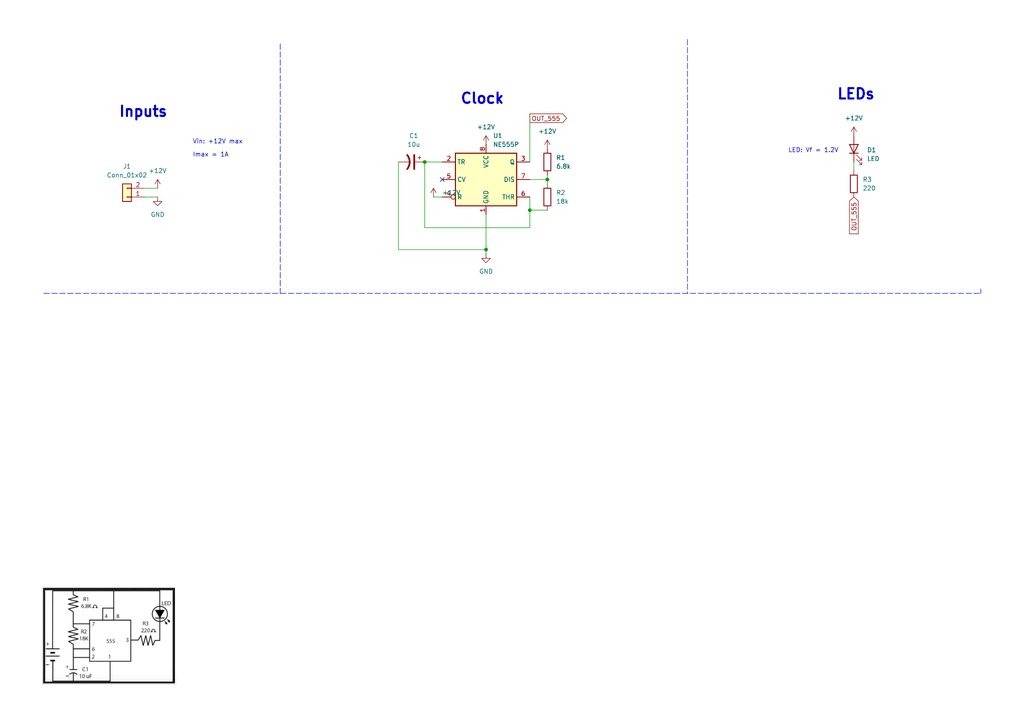
<source format=kicad_sch>
(kicad_sch (version 20211123) (generator eeschema)
  (paper "A4")
  (lib_symbols
    (symbol "Connector_Generic:Conn_01x02" (pin_names (offset 1.016) hide)
      (property "Reference" "J" (at 0 2.54 0))
      (property "Value" "Conn_01x02" (at 0 -5.08 0))
      (symbol "Conn_01x02_1_1"
        (rectangle (start -1.27 -2.413) (end 0 -2.667) (stroke (width 0.1524)))
        (rectangle (start -1.27 0.127) (end 0 -0.127) (stroke (width 0.1524)))
        (rectangle (start -1.27 1.27) (end 1.27 -3.81) (stroke (width 0.254)) (fill (type background)))
        (pin passive line (at -5.08 0 0) (length 3.81) (name "Pin_1") (number "1"))
        (pin passive line (at -5.08 -2.54 0) (length 3.81) (name "Pin_2") (number "2"))
      )
    )
    (symbol "Device:C_Polarized_US" (pin_numbers hide) (pin_names (offset 0.254) hide)
      (property "Reference" "C" (at 0.635 2.54 0))
      (property "Value" "C_Polarized_US" (at 0.635 -2.54 0))
      (symbol "C_Polarized_US_0_1"
        (polyline (pts (xy -2.032 0.762) (xy 2.032 0.762)) (stroke (width 0.508)))
        (polyline (pts (xy -1.778 2.286) (xy -0.762 2.286)))
        (polyline (pts (xy -1.27 1.778) (xy -1.27 2.794)))
        (arc (start 2.032 -1.27) (mid 0 -0.5572) (end -2.032 -1.27) (stroke (width 0.508)))
      )
      (symbol "C_Polarized_US_1_1"
        (pin passive line (at 0 3.81 270) (length 2.794) (name "~") (number "1"))
        (pin passive line (at 0 -3.81 90) (length 3.302) (name "~") (number "2"))
      )
    )
    (symbol "Device:LED" (pin_numbers hide) (pin_names (offset 1.016) hide)
      (property "Reference" "D" (at 0 2.54 0))
      (property "Value" "LED" (at 0 -2.54 0))
      (symbol "LED_0_1"
        (polyline (pts (xy -1.27 -1.27) (xy -1.27 1.27)) (stroke (width 0.254)))
        (polyline (pts (xy -1.27 0) (xy 1.27 0)))
        (polyline (pts (xy 1.27 -1.27) (xy 1.27 1.27) (xy -1.27 0) (xy 1.27 -1.27)) (stroke (width 0.254)))
        (polyline (pts (xy -3.048 -0.762) (xy -4.572 -2.286) (xy -3.81 -2.286) (xy -4.572 -2.286) (xy -4.572 -1.524)))
        (polyline (pts (xy -1.778 -0.762) (xy -3.302 -2.286) (xy -2.54 -2.286) (xy -3.302 -2.286) (xy -3.302 -1.524)))
      )
      (symbol "LED_1_1"
        (pin passive line (at -3.81 0 0) (length 2.54) (name "K") (number "1"))
        (pin passive line (at 3.81 0 180) (length 2.54) (name "A") (number "2"))
      )
    )
    (symbol "Device:R" (pin_numbers hide) (pin_names (offset 0))
      (property "Reference" "R" (at 2.032 0 90))
      (property "Value" "R" (at 0 0 90))
      (symbol "R_0_1"
        (rectangle (start -1.016 -2.54) (end 1.016 2.54) (stroke (width 0.254)))
      )
      (symbol "R_1_1"
        (pin passive line (at 0 3.81 270) (length 1.27) (name "~") (number "1"))
        (pin passive line (at 0 -3.81 90) (length 1.27) (name "~") (number "2"))
      )
    )
    (symbol "Timer:NE555P"
      (property "Reference" "U" (at -10.16 8.89 0))
      (property "Value" "NE555P" (at 2.54 8.89 0))
      (symbol "NE555P_0_0"
        (pin power_in line (at 0 -10.16 90) (length 2.54) (name "GND") (number "1"))
        (pin power_in line (at 0 10.16 270) (length 2.54) (name "VCC") (number "8"))
      )
      (symbol "NE555P_0_1"
        (rectangle (start -8.89 -7.62) (end 8.89 7.62) (stroke (width 0.254)) (fill (type background)))
        (rectangle (start -8.89 -7.62) (end 8.89 7.62) (stroke (width 0.254)) (fill (type background)))
      )
      (symbol "NE555P_1_1"
        (pin input line (at -12.7 5.08 0) (length 3.81) (name "TR") (number "2"))
        (pin output line (at 12.7 5.08 180) (length 3.81) (name "Q") (number "3"))
        (pin input inverted (at -12.7 -5.08 0) (length 3.81) (name "R") (number "4"))
        (pin input line (at -12.7 0 0) (length 3.81) (name "CV") (number "5"))
        (pin input line (at 12.7 -5.08 180) (length 3.81) (name "THR") (number "6"))
        (pin input line (at 12.7 0 180) (length 3.81) (name "DIS") (number "7"))
      )
    )
    (symbol "power:+12V" (power) (pin_names (offset 0))
      (property "Value" "+12V" (at 0 3.556 0))
      (symbol "+12V_0_1"
        (polyline (pts (xy -0.762 1.27) (xy 0 2.54)))
        (polyline (pts (xy 0 0) (xy 0 2.54)))
        (polyline (pts (xy 0 2.54) (xy 0.762 1.27)))
      )
      (symbol "+12V_1_1"
        (pin power_in line (at 0 0 90) (length 0) hide (name "+12V") (number "1"))
      )
    )
    (symbol "power:GND" (power) (pin_names (offset 0))
      (property "Value" "GND" (at 0 -3.81 0))
      (symbol "GND_0_1"
        (polyline (pts (xy 0 0) (xy 0 -1.27) (xy 1.27 -1.27) (xy 0 -2.54) (xy -1.27 -1.27) (xy 0 -1.27)))
      )
      (symbol "GND_1_1"
        (pin power_in line (at 0 0 270) (length 0) hide (name "GND") (number "1"))
      )
    )
  )
  (junction (at 153.67 60.96))
  (junction (at 140.97 72.39))
  (junction (at 123.19 46.99))
  (junction (at 158.75 52.07))
  (no_connect (at 128.27 52.07))
  (wire (pts (xy 123.19 66.04) (xy 123.19 46.99)))
  (wire (pts (xy 158.75 50.8) (xy 158.75 52.07)))
  (wire (pts (xy 123.19 66.04) (xy 153.67 66.04)))
  (wire (pts (xy 153.67 60.96) (xy 153.67 66.04)))
  (wire (pts (xy 153.67 57.15) (xy 153.67 60.96)))
  (wire (pts (xy 123.19 46.99) (xy 128.27 46.99)))
  (wire (pts (xy 247.65 49.53) (xy 247.65 46.99)))
  (wire (pts (xy 41.91 57.15) (xy 45.72 57.15)))
  (wire (pts (xy 153.67 34.29) (xy 153.67 46.99)))
  (polyline (pts (xy 81.28 12.7) (xy 81.28 85.09)))
  (wire (pts (xy 153.67 52.07) (xy 158.75 52.07)))
  (wire (pts (xy 115.57 46.99) (xy 115.57 72.39)))
  (wire (pts (xy 153.67 60.96) (xy 158.75 60.96)))
  (wire (pts (xy 158.75 52.07) (xy 158.75 53.34)))
  (wire (pts (xy 140.97 72.39) (xy 140.97 62.23)))
  (polyline (pts (xy 199.39 11.43) (xy 199.39 85.09)))
  (wire (pts (xy 115.57 72.39) (xy 140.97 72.39)))
  (wire (pts (xy 41.91 54.61) (xy 45.72 54.61)))
  (wire (pts (xy 125.73 57.15) (xy 128.27 57.15)))
  (wire (pts (xy 140.97 72.39) (xy 140.97 73.66)))
  (polyline (pts (xy 284.48 83.82) (xy 284.48 85.09)))
  (polyline (pts (xy 12.7 85.09) (xy 284.48 85.09)))
  (image (at 31.75 184.15))
  (text "Vin: +12V max" (at 55.88 41.91 0) (effects (font (size 1.27 1.27)) (justify left bottom)))
  (text "Inputs" (at 34.29 34.29 0) (effects (font (size 3 3) (thickness 0.6) bold) (justify left bottom)))
  (text "Imax = 1A" (at 55.88 45.72 0) (effects (font (size 1.27 1.27)) (justify left bottom)))
  (text "LED: Vf = 1.2V" (at 228.6 44.45 0) (effects (font (size 1.27 1.27)) (justify left bottom)))
  (text "LEDs" (at 242.57 29.21 0) (effects (font (size 3 3) (thickness 0.6) bold) (justify left bottom)))
  (text "Clock" (at 133.35 30.48 0) (effects (font (size 3 3) bold) (justify left bottom)))
  (global_label "OUT_555" (shape output) (at 153.67 34.29 0) (property "Intersheet References" "${INTERSHEET_REFS}" (effects hide)))
  (global_label "OUT_555" (shape input) (at 247.65 57.15 270) (property "Intersheet References" "${INTERSHEET_REFS}" (effects hide)))
  (symbol (lib_id "power:+12V") (at 45.72 54.61 0) (unit 1)
    (property "Reference" "#PWR01" (effects hide))
    (property "Value" "+12V" (at 45.72 49.53 0))
  )
  (symbol (lib_id "Device:R") (at 158.75 46.99 180) (unit 1)
    (property "Reference" "R1" (at 161.29 45.7199 0) (effects (justify right)))
    (property "Value" "6.8k" (at 161.29 48.2599 0) (effects (justify right)))
    (property "Footprint" "Resistor_SMD:R_1206_3216Metric" (effects hide))
  )
  (symbol (lib_id "Device:C_Polarized_US") (at 119.38 46.99 270) (unit 1)
    (property "Reference" "C1" (at 120.015 39.37 90))
    (property "Value" "10u" (at 120.015 41.91 90))
    (property "Footprint" "Capacitor_THT:CP_Radial_D10.0mm_P3.80mm" (effects hide))
  )
  (symbol (lib_id "Device:R") (at 247.65 53.34 180) (unit 1)
    (property "Reference" "R3" (at 250.19 52.0699 0) (effects (justify right)))
    (property "Value" "220" (at 250.19 54.6099 0) (effects (justify right)))
    (property "Footprint" "Resistor_SMD:R_1206_3216Metric" (effects hide))
  )
  (symbol (lib_id "power:+12V") (at 247.65 39.37 0) (unit 1)
    (property "Reference" "#PWR07" (effects hide))
    (property "Value" "+12V" (at 247.65 34.29 0))
  )
  (symbol (lib_id "power:GND") (at 140.97 73.66 0) (unit 1)
    (property "Reference" "#PWR05" (effects hide))
    (property "Value" "GND" (at 140.97 78.74 0))
  )
  (symbol (lib_id "Device:R") (at 158.75 57.15 0) (mirror y) (unit 1)
    (property "Reference" "R2" (at 161.29 55.8799 0) (effects (justify right)))
    (property "Value" "18k" (at 161.29 58.4199 0) (effects (justify right)))
    (property "Footprint" "Resistor_SMD:R_1206_3216Metric" (effects hide))
  )
  (symbol (lib_id "power:+12V") (at 158.75 43.18 0) (unit 1)
    (property "Reference" "#PWR06" (effects hide))
    (property "Value" "+12V" (at 158.75 38.1 0))
  )
  (symbol (lib_id "power:+12V") (at 140.97 41.91 0) (unit 1)
    (property "Reference" "#PWR04" (effects hide))
    (property "Value" "+12V" (at 140.97 36.83 0))
  )
  (symbol (lib_id "Connector_Generic:Conn_01x02") (at 36.83 57.15 180) (unit 1)
    (property "Reference" "J1" (at 36.83 48.26 0))
    (property "Value" "Conn_01x02" (at 36.83 50.8 0))
    (property "Footprint" "TerminalBlock:TerminalBlock_bornier-2_P5.08mm" (effects hide))
  )
  (symbol (lib_id "power:GND") (at 45.72 57.15 0) (unit 1)
    (property "Reference" "#PWR02" (effects hide))
    (property "Value" "GND" (at 45.72 62.23 0))
  )
  (symbol (lib_id "power:+12V") (at 125.73 57.15 0) (unit 1)
    (property "Reference" "#PWR03" (effects hide))
    (property "Value" "+12V" (at 128.27 55.8799 0) (effects (justify left)))
  )
  (symbol (lib_id "Device:LED") (at 247.65 43.18 90) (unit 1)
    (property "Reference" "D1" (at 251.46 43.4974 90) (effects (justify right)))
    (property "Value" "LED" (at 251.46 46.0374 90) (effects (justify right)))
    (property "Footprint" "LED_THT:LED_D5.0mm_FlatTop" (effects hide))
  )
  (symbol (lib_id "Timer:NE555P") (at 140.97 52.07 0) (unit 1)
    (property "Reference" "U1" (at 142.9894 39.37 0) (effects (justify left)))
    (property "Value" "NE555P" (at 142.9894 41.91 0) (effects (justify left)))
    (property "Footprint" "Package_DIP:DIP-8_W7.62mm" (effects hide))
    (property "Datasheet" "http://www.ti.com/lit/ds/symlink/ne555.pdf" (effects hide))
  )
)
</source>
